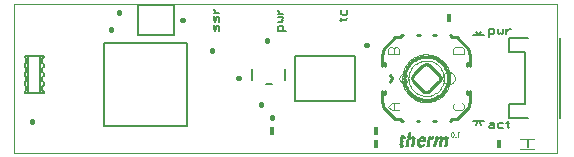
<source format=gto>
G75*
G70*
%OFA0B0*%
%FSLAX24Y24*%
%IPPOS*%
%LPD*%
%AMOC8*
5,1,8,0,0,1.08239X$1,22.5*
%
%ADD10C,0.0000*%
%ADD11C,0.0050*%
%ADD12C,0.0100*%
%ADD13C,0.0020*%
%ADD14C,0.0040*%
%ADD15C,0.0080*%
%ADD16R,0.0050X0.0305*%
%ADD17R,0.0160X0.0280*%
%ADD18C,0.0160*%
%ADD19R,0.0100X0.0020*%
%ADD20R,0.0140X0.0020*%
%ADD21R,0.0120X0.0020*%
%ADD22R,0.0180X0.0020*%
%ADD23R,0.0160X0.0020*%
%ADD24R,0.0240X0.0020*%
%ADD25R,0.0040X0.0020*%
%ADD26R,0.0300X0.0020*%
%ADD27R,0.0280X0.0020*%
%ADD28R,0.0460X0.0020*%
%ADD29R,0.0220X0.0020*%
%ADD30R,0.0260X0.0020*%
%ADD31R,0.0440X0.0020*%
%ADD32R,0.0020X0.0020*%
%ADD33R,0.0080X0.0020*%
D10*
X004510Y003328D02*
X004510Y008318D01*
X022630Y008318D01*
X022630Y003328D01*
X004510Y003328D01*
X017363Y005828D02*
X017365Y005852D01*
X017371Y005875D01*
X017380Y005897D01*
X017393Y005917D01*
X017408Y005935D01*
X017427Y005950D01*
X017448Y005962D01*
X017470Y005970D01*
X017493Y005975D01*
X017517Y005976D01*
X017541Y005973D01*
X017563Y005966D01*
X017585Y005956D01*
X017605Y005943D01*
X017622Y005926D01*
X017636Y005907D01*
X017647Y005886D01*
X017655Y005863D01*
X017659Y005840D01*
X017659Y005816D01*
X017655Y005793D01*
X017647Y005770D01*
X017636Y005749D01*
X017622Y005730D01*
X017605Y005713D01*
X017585Y005700D01*
X017563Y005690D01*
X017541Y005683D01*
X017517Y005680D01*
X017493Y005681D01*
X017470Y005686D01*
X017448Y005694D01*
X017427Y005706D01*
X017408Y005721D01*
X017393Y005739D01*
X017380Y005759D01*
X017371Y005781D01*
X017365Y005804D01*
X017363Y005828D01*
X018801Y005828D02*
X018803Y005856D01*
X018809Y005884D01*
X018818Y005910D01*
X018831Y005936D01*
X018847Y005959D01*
X018867Y005979D01*
X018889Y005997D01*
X018913Y006012D01*
X018939Y006023D01*
X018966Y006031D01*
X018994Y006035D01*
X019022Y006035D01*
X019050Y006031D01*
X019077Y006023D01*
X019103Y006012D01*
X019127Y005997D01*
X019149Y005979D01*
X019169Y005959D01*
X019185Y005936D01*
X019198Y005910D01*
X019207Y005884D01*
X019213Y005856D01*
X019215Y005828D01*
X019213Y005800D01*
X019207Y005772D01*
X019198Y005746D01*
X019185Y005720D01*
X019169Y005697D01*
X019149Y005677D01*
X019127Y005659D01*
X019103Y005644D01*
X019077Y005633D01*
X019050Y005625D01*
X019022Y005621D01*
X018994Y005621D01*
X018966Y005625D01*
X018939Y005633D01*
X018913Y005644D01*
X018889Y005659D01*
X018867Y005677D01*
X018847Y005697D01*
X018831Y005720D01*
X018818Y005746D01*
X018809Y005772D01*
X018803Y005800D01*
X018801Y005828D01*
D11*
X020347Y007200D02*
X020347Y007470D01*
X020482Y007470D01*
X020527Y007425D01*
X020527Y007335D01*
X020482Y007290D01*
X020347Y007290D01*
X020642Y007335D02*
X020642Y007470D01*
X020642Y007335D02*
X020687Y007290D01*
X020732Y007335D01*
X020777Y007290D01*
X020822Y007335D01*
X020822Y007470D01*
X020936Y007470D02*
X020936Y007290D01*
X020936Y007380D02*
X021026Y007470D01*
X021071Y007470D01*
X015885Y006578D02*
X015885Y005078D01*
X013885Y005078D01*
X013885Y006578D01*
X015885Y006578D01*
X015437Y007736D02*
X015437Y007827D01*
X015392Y007781D02*
X015572Y007781D01*
X015617Y007827D01*
X015572Y007933D02*
X015617Y007978D01*
X015617Y008113D01*
X015437Y008113D02*
X015437Y007978D01*
X015482Y007933D01*
X015572Y007933D01*
X013582Y007393D02*
X013312Y007393D01*
X013312Y007528D01*
X013357Y007573D01*
X013447Y007573D01*
X013492Y007528D01*
X013492Y007393D01*
X013447Y007687D02*
X013492Y007732D01*
X013447Y007777D01*
X013492Y007822D01*
X013447Y007867D01*
X013312Y007867D01*
X013312Y007982D02*
X013492Y007982D01*
X013402Y007982D02*
X013312Y008072D01*
X013312Y008117D01*
X013312Y007687D02*
X013447Y007687D01*
X011360Y007710D02*
X011360Y007845D01*
X011314Y007890D01*
X011269Y007845D01*
X011269Y007755D01*
X011224Y007710D01*
X011179Y007755D01*
X011179Y007890D01*
X011179Y008004D02*
X011360Y008004D01*
X011269Y008004D02*
X011179Y008094D01*
X011179Y008139D01*
X011179Y007595D02*
X011179Y007460D01*
X011224Y007415D01*
X011269Y007460D01*
X011269Y007550D01*
X011314Y007595D01*
X011360Y007550D01*
X011360Y007415D01*
X010289Y006991D02*
X007533Y006991D01*
X007533Y004236D01*
X010289Y004236D01*
X010289Y006991D01*
X009850Y007273D02*
X008669Y007273D01*
X008669Y008257D01*
X009850Y008257D01*
X009850Y007273D01*
X005517Y006583D02*
X005517Y006523D01*
X005467Y006483D01*
X005467Y006353D01*
X005517Y006313D01*
X005517Y006213D01*
X005467Y006173D01*
X005467Y006043D01*
X005517Y006013D01*
X005517Y005903D01*
X005467Y005863D01*
X005467Y005733D01*
X005517Y005693D01*
X005517Y005593D01*
X005467Y005553D01*
X005467Y005423D01*
X005517Y005383D01*
X005517Y005323D01*
X005392Y005323D01*
X005392Y006583D01*
X005517Y006583D01*
X005392Y006583D02*
X005002Y006583D01*
X004877Y006583D01*
X004877Y006523D01*
X004927Y006483D01*
X004927Y006353D01*
X004877Y006313D01*
X004877Y006213D01*
X004927Y006183D01*
X004927Y006043D01*
X004877Y006003D01*
X004877Y005893D01*
X004927Y005863D01*
X004927Y005733D01*
X004877Y005703D01*
X004877Y005593D01*
X004927Y005553D01*
X004927Y005423D01*
X004877Y005383D01*
X004877Y005323D01*
X005002Y005323D01*
X005392Y005323D01*
X005002Y005323D02*
X005002Y006583D01*
X020347Y004210D02*
X020392Y004255D01*
X020527Y004255D01*
X020527Y004300D02*
X020527Y004165D01*
X020392Y004165D01*
X020347Y004210D01*
X020392Y004345D02*
X020482Y004345D01*
X020527Y004300D01*
X020642Y004300D02*
X020642Y004210D01*
X020687Y004165D01*
X020822Y004165D01*
X020981Y004210D02*
X021026Y004165D01*
X020981Y004210D02*
X020981Y004390D01*
X020936Y004345D02*
X021026Y004345D01*
X020822Y004345D02*
X020687Y004345D01*
X020642Y004300D01*
D12*
X019702Y004876D02*
X019289Y004463D01*
X019094Y004463D01*
X019094Y004391D01*
X019047Y004391D01*
X018574Y004391D02*
X018496Y004391D01*
X018023Y004391D02*
X017945Y004391D01*
X017472Y004391D02*
X017425Y004391D01*
X017425Y004463D01*
X017230Y004463D01*
X016817Y004876D01*
X016817Y005009D01*
X016795Y005009D01*
X016795Y005310D01*
X016783Y005310D02*
X016897Y005310D01*
X016897Y005414D01*
X016783Y005414D02*
X016783Y005310D01*
X017039Y005715D02*
X017122Y005828D01*
X017039Y005940D01*
X016897Y006241D02*
X016897Y006345D01*
X016795Y006345D01*
X016795Y006646D01*
X016817Y006646D01*
X016817Y006779D01*
X017230Y007192D01*
X017425Y007192D01*
X017425Y007265D01*
X017472Y007265D01*
X017945Y007265D02*
X018043Y007265D01*
X018476Y007265D02*
X018574Y007265D01*
X019047Y007265D02*
X019094Y007265D01*
X019094Y007192D01*
X019289Y007192D01*
X019702Y006779D01*
X019702Y006646D01*
X019724Y006646D01*
X019724Y006345D01*
X019736Y006345D02*
X019736Y006241D01*
X019736Y006345D02*
X019622Y006345D01*
X019622Y006241D01*
X018663Y005967D02*
X018399Y006231D01*
X018380Y006248D01*
X018359Y006263D01*
X018335Y006274D01*
X018311Y006282D01*
X018286Y006287D01*
X018260Y006289D01*
X018234Y006287D01*
X018209Y006282D01*
X018185Y006274D01*
X018162Y006263D01*
X018140Y006248D01*
X018121Y006231D01*
X018120Y006231D02*
X017856Y005967D01*
X017839Y005948D01*
X017824Y005927D01*
X017813Y005903D01*
X017805Y005879D01*
X017800Y005854D01*
X017798Y005828D01*
X017800Y005802D01*
X017805Y005777D01*
X017813Y005753D01*
X017824Y005730D01*
X017839Y005708D01*
X017856Y005689D01*
X017856Y005688D02*
X018120Y005424D01*
X018121Y005424D02*
X018140Y005407D01*
X018162Y005392D01*
X018185Y005381D01*
X018209Y005373D01*
X018234Y005368D01*
X018260Y005366D01*
X018286Y005368D01*
X018311Y005373D01*
X018335Y005381D01*
X018359Y005392D01*
X018380Y005407D01*
X018399Y005424D01*
X018663Y005688D01*
X018663Y005689D02*
X018680Y005708D01*
X018695Y005730D01*
X018706Y005753D01*
X018714Y005777D01*
X018719Y005802D01*
X018721Y005828D01*
X018719Y005854D01*
X018714Y005879D01*
X018706Y005903D01*
X018695Y005927D01*
X018680Y005948D01*
X018663Y005967D01*
X017536Y005828D02*
X017538Y005881D01*
X017544Y005935D01*
X017554Y005987D01*
X017567Y006039D01*
X017585Y006090D01*
X017606Y006139D01*
X017631Y006186D01*
X017659Y006232D01*
X017690Y006275D01*
X017725Y006316D01*
X017762Y006354D01*
X017803Y006389D01*
X017845Y006421D01*
X017890Y006450D01*
X017937Y006476D01*
X017986Y006498D01*
X018036Y006517D01*
X018088Y006531D01*
X018140Y006542D01*
X018193Y006549D01*
X018247Y006552D01*
X018300Y006551D01*
X018353Y006546D01*
X018406Y006537D01*
X018458Y006524D01*
X018509Y006508D01*
X018559Y006488D01*
X018606Y006464D01*
X018652Y006436D01*
X018696Y006406D01*
X018738Y006372D01*
X018777Y006335D01*
X018813Y006296D01*
X018846Y006254D01*
X018876Y006209D01*
X018902Y006163D01*
X018925Y006114D01*
X018944Y006064D01*
X018960Y006013D01*
X018972Y005961D01*
X018980Y005908D01*
X018984Y005855D01*
X018984Y005801D01*
X018980Y005748D01*
X018972Y005695D01*
X018960Y005643D01*
X018944Y005592D01*
X018925Y005542D01*
X018902Y005493D01*
X018876Y005447D01*
X018846Y005402D01*
X018813Y005360D01*
X018777Y005321D01*
X018738Y005284D01*
X018696Y005250D01*
X018652Y005220D01*
X018606Y005192D01*
X018559Y005168D01*
X018509Y005148D01*
X018458Y005132D01*
X018406Y005119D01*
X018353Y005110D01*
X018300Y005105D01*
X018247Y005104D01*
X018193Y005107D01*
X018140Y005114D01*
X018088Y005125D01*
X018036Y005139D01*
X017986Y005158D01*
X017937Y005180D01*
X017890Y005206D01*
X017845Y005235D01*
X017803Y005267D01*
X017762Y005302D01*
X017725Y005340D01*
X017690Y005381D01*
X017659Y005424D01*
X017631Y005470D01*
X017606Y005517D01*
X017585Y005566D01*
X017567Y005617D01*
X017554Y005669D01*
X017544Y005721D01*
X017538Y005775D01*
X017536Y005828D01*
X016783Y006241D02*
X016783Y006345D01*
X016795Y006345D01*
X019622Y005414D02*
X019622Y005310D01*
X019724Y005310D01*
X019724Y005009D01*
X019702Y005009D01*
X019702Y004876D01*
X019724Y005310D02*
X019736Y005310D01*
X019736Y005414D01*
D13*
X017463Y005828D02*
X017465Y005884D01*
X017471Y005940D01*
X017481Y005996D01*
X017495Y006050D01*
X017512Y006104D01*
X017533Y006156D01*
X017558Y006206D01*
X017587Y006255D01*
X017619Y006301D01*
X017653Y006345D01*
X017691Y006387D01*
X017732Y006425D01*
X017776Y006461D01*
X017822Y006494D01*
X017870Y006523D01*
X017920Y006549D01*
X017971Y006571D01*
X018024Y006589D01*
X018079Y006604D01*
X018134Y006615D01*
X018190Y006622D01*
X018246Y006625D01*
X018302Y006624D01*
X018358Y006619D01*
X018414Y006610D01*
X018469Y006597D01*
X018522Y006581D01*
X018575Y006560D01*
X018626Y006536D01*
X018675Y006509D01*
X018722Y006478D01*
X018766Y006444D01*
X018808Y006406D01*
X018848Y006366D01*
X018884Y006323D01*
X018918Y006278D01*
X018948Y006231D01*
X018975Y006181D01*
X018998Y006130D01*
X019017Y006077D01*
X019033Y006023D01*
X019045Y005968D01*
X019053Y005912D01*
X019057Y005856D01*
X019057Y005800D01*
X019053Y005744D01*
X019045Y005688D01*
X019033Y005633D01*
X019017Y005579D01*
X018998Y005526D01*
X018975Y005475D01*
X018948Y005425D01*
X018918Y005378D01*
X018884Y005333D01*
X018848Y005290D01*
X018808Y005250D01*
X018766Y005212D01*
X018722Y005178D01*
X018675Y005147D01*
X018626Y005120D01*
X018575Y005096D01*
X018522Y005075D01*
X018469Y005059D01*
X018414Y005046D01*
X018358Y005037D01*
X018302Y005032D01*
X018246Y005031D01*
X018190Y005034D01*
X018134Y005041D01*
X018079Y005052D01*
X018024Y005067D01*
X017971Y005085D01*
X017920Y005107D01*
X017870Y005133D01*
X017822Y005162D01*
X017776Y005195D01*
X017732Y005231D01*
X017691Y005269D01*
X017653Y005311D01*
X017619Y005355D01*
X017587Y005401D01*
X017558Y005450D01*
X017533Y005500D01*
X017512Y005552D01*
X017495Y005606D01*
X017481Y005660D01*
X017471Y005716D01*
X017465Y005772D01*
X017463Y005828D01*
X017669Y005828D02*
X017671Y005876D01*
X017677Y005924D01*
X017687Y005971D01*
X017700Y006017D01*
X017718Y006062D01*
X017738Y006106D01*
X017763Y006148D01*
X017791Y006187D01*
X017821Y006224D01*
X017855Y006258D01*
X017892Y006290D01*
X017930Y006319D01*
X017971Y006344D01*
X018014Y006366D01*
X018059Y006384D01*
X018105Y006398D01*
X018152Y006409D01*
X018200Y006416D01*
X018248Y006419D01*
X018296Y006418D01*
X018344Y006413D01*
X018392Y006404D01*
X018438Y006392D01*
X018483Y006375D01*
X018527Y006355D01*
X018569Y006332D01*
X018609Y006305D01*
X018647Y006275D01*
X018682Y006242D01*
X018714Y006206D01*
X018744Y006168D01*
X018770Y006127D01*
X018792Y006084D01*
X018812Y006040D01*
X018827Y005995D01*
X018839Y005948D01*
X018847Y005900D01*
X018851Y005852D01*
X018851Y005804D01*
X018847Y005756D01*
X018839Y005708D01*
X018827Y005661D01*
X018812Y005616D01*
X018792Y005572D01*
X018770Y005529D01*
X018744Y005488D01*
X018714Y005450D01*
X018682Y005414D01*
X018647Y005381D01*
X018609Y005351D01*
X018569Y005324D01*
X018527Y005301D01*
X018483Y005281D01*
X018438Y005264D01*
X018392Y005252D01*
X018344Y005243D01*
X018296Y005238D01*
X018248Y005237D01*
X018200Y005240D01*
X018152Y005247D01*
X018105Y005258D01*
X018059Y005272D01*
X018014Y005290D01*
X017971Y005312D01*
X017930Y005337D01*
X017892Y005366D01*
X017855Y005398D01*
X017821Y005432D01*
X017791Y005469D01*
X017763Y005508D01*
X017738Y005550D01*
X017718Y005594D01*
X017700Y005639D01*
X017687Y005685D01*
X017677Y005732D01*
X017671Y005780D01*
X017669Y005828D01*
D14*
X017354Y006635D02*
X016993Y006635D01*
X016993Y006815D01*
X017053Y006875D01*
X017113Y006875D01*
X017174Y006815D01*
X017174Y006635D01*
X017354Y006635D02*
X017354Y006815D01*
X017294Y006875D01*
X017234Y006875D01*
X017174Y006815D01*
X019159Y006815D02*
X019159Y006635D01*
X019519Y006635D01*
X019519Y006815D01*
X019459Y006875D01*
X019219Y006875D01*
X019159Y006815D01*
X019219Y005005D02*
X019159Y004945D01*
X019159Y004825D01*
X019219Y004765D01*
X019459Y004765D01*
X019519Y004825D01*
X019519Y004945D01*
X019459Y005005D01*
X021402Y003798D02*
X021867Y003798D01*
X021867Y003483D02*
X021402Y003483D01*
X017354Y004765D02*
X017113Y004765D01*
X016993Y004885D01*
X017113Y005005D01*
X017354Y005005D01*
X017174Y005005D02*
X017174Y004765D01*
D15*
X019828Y004394D02*
X020010Y004394D01*
X020102Y004272D01*
X020191Y004394D02*
X020010Y004394D01*
X020000Y004388D02*
X019924Y004272D01*
X021012Y004489D02*
X021012Y004961D01*
X021564Y004961D01*
X021564Y006694D01*
X021012Y006694D01*
X021012Y007166D01*
X021642Y007166D01*
X022705Y007166D02*
X022705Y004489D01*
X021642Y004489D02*
X021012Y004489D01*
X020191Y007261D02*
X020010Y007261D01*
X019917Y007383D01*
X019828Y007261D02*
X020010Y007261D01*
X020020Y007267D02*
X020095Y007383D01*
X013570Y006122D02*
X013570Y005783D01*
X013115Y005633D02*
X012904Y005633D01*
X012450Y005783D02*
X012450Y006122D01*
D16*
X021665Y003643D03*
D17*
X020697Y003640D03*
X016572Y003640D03*
X016572Y004078D03*
X013135Y004078D03*
X019010Y007828D03*
D18*
X016272Y006953D02*
X016248Y006953D01*
X012947Y007066D02*
X012947Y007090D01*
X011135Y006777D02*
X011135Y006753D01*
X011998Y005828D02*
X012022Y005828D01*
X012760Y004965D02*
X012760Y004941D01*
X013135Y004527D02*
X013135Y004503D01*
X010147Y007765D02*
X010123Y007765D01*
X008010Y008003D02*
X008010Y008027D01*
X007760Y007465D02*
X007760Y007441D01*
X005135Y004402D02*
X005135Y004378D01*
D19*
X017445Y003695D03*
X017445Y003675D03*
X017445Y003655D03*
X017445Y003635D03*
X017445Y003615D03*
X017465Y003515D03*
X017645Y003555D03*
X017645Y003575D03*
X017645Y003595D03*
X017645Y003615D03*
X017645Y003635D03*
X017665Y003655D03*
X017665Y003675D03*
X017665Y003695D03*
X017665Y003715D03*
X017665Y003735D03*
X017685Y003855D03*
X017705Y003875D03*
X017705Y003895D03*
X017705Y003915D03*
X017705Y003935D03*
X017705Y003955D03*
X017705Y003975D03*
X017485Y003895D03*
X017485Y003875D03*
X017465Y003775D03*
X017465Y003755D03*
X017465Y003735D03*
X017845Y003695D03*
X017845Y003675D03*
X017845Y003655D03*
X017845Y003635D03*
X017845Y003615D03*
X017825Y003575D03*
X017825Y003555D03*
X017825Y003535D03*
X017865Y003715D03*
X017865Y003735D03*
X017865Y003755D03*
X017865Y003775D03*
X018025Y003755D03*
X018045Y003775D03*
X018005Y003675D03*
X018005Y003655D03*
X018005Y003635D03*
X018005Y003615D03*
X018085Y003515D03*
X018345Y003555D03*
X018345Y003575D03*
X018345Y003595D03*
X018345Y003615D03*
X018345Y003635D03*
X018365Y003655D03*
X018365Y003675D03*
X018365Y003695D03*
X018365Y003715D03*
X018365Y003735D03*
X018225Y003755D03*
X018225Y003775D03*
X018205Y003795D03*
X018145Y003855D03*
X018585Y003695D03*
X018585Y003675D03*
X018585Y003655D03*
X018585Y003635D03*
X018585Y003615D03*
X018565Y003595D03*
X018565Y003575D03*
X018565Y003555D03*
X018565Y003535D03*
X018745Y003535D03*
X018745Y003555D03*
X018745Y003575D03*
X018765Y003595D03*
X018765Y003615D03*
X018765Y003635D03*
X018765Y003655D03*
X018765Y003675D03*
X018765Y003695D03*
X018785Y003715D03*
X018785Y003735D03*
X018785Y003755D03*
X018945Y003675D03*
X018945Y003655D03*
X018945Y003635D03*
X018945Y003615D03*
X018945Y003595D03*
X018945Y003575D03*
X018925Y003555D03*
X018925Y003535D03*
X018965Y003695D03*
X018965Y003715D03*
X018965Y003735D03*
X018965Y003755D03*
X018965Y003775D03*
X018605Y003755D03*
X018605Y003735D03*
D20*
X018625Y003775D03*
X018805Y003775D03*
X017465Y003535D03*
D21*
X017435Y003595D03*
X017455Y003715D03*
X017675Y003755D03*
X017695Y003775D03*
X017835Y003595D03*
X018015Y003595D03*
X018335Y003535D03*
X018375Y003755D03*
X018595Y003715D03*
X018075Y003795D03*
X017635Y003535D03*
D22*
X017485Y003795D03*
X017485Y003815D03*
X017485Y003835D03*
X018145Y003835D03*
X018425Y003835D03*
X018425Y003815D03*
X018425Y003795D03*
X018085Y003535D03*
D23*
X018415Y003775D03*
X017495Y003855D03*
X017455Y003575D03*
X017455Y003555D03*
D24*
X018095Y003555D03*
X018095Y003575D03*
D25*
X018175Y003595D03*
X018495Y003855D03*
X019155Y003835D03*
X019255Y003835D03*
X019355Y003995D03*
X019155Y003995D03*
D26*
X018125Y003735D03*
X018125Y003715D03*
X018105Y003695D03*
D27*
X017775Y003795D03*
X017775Y003815D03*
D28*
X018785Y003815D03*
X018785Y003795D03*
D29*
X018145Y003815D03*
D30*
X017765Y003835D03*
D31*
X018795Y003835D03*
D32*
X019105Y003875D03*
X019105Y003895D03*
X019105Y003915D03*
X019105Y003935D03*
X019125Y003955D03*
X019125Y003975D03*
X019185Y003975D03*
X019185Y003955D03*
X019205Y003935D03*
X019205Y003915D03*
X019205Y003895D03*
X019185Y003875D03*
X019185Y003855D03*
X019125Y003855D03*
X019365Y003855D03*
X019365Y003835D03*
X019365Y003875D03*
X019365Y003895D03*
X019365Y003915D03*
X019365Y003935D03*
X019365Y003955D03*
X019365Y003975D03*
D33*
X018935Y003855D03*
X018755Y003855D03*
X018615Y003855D03*
X018395Y003855D03*
X017835Y003855D03*
X017715Y003995D03*
X017495Y003915D03*
M02*

</source>
